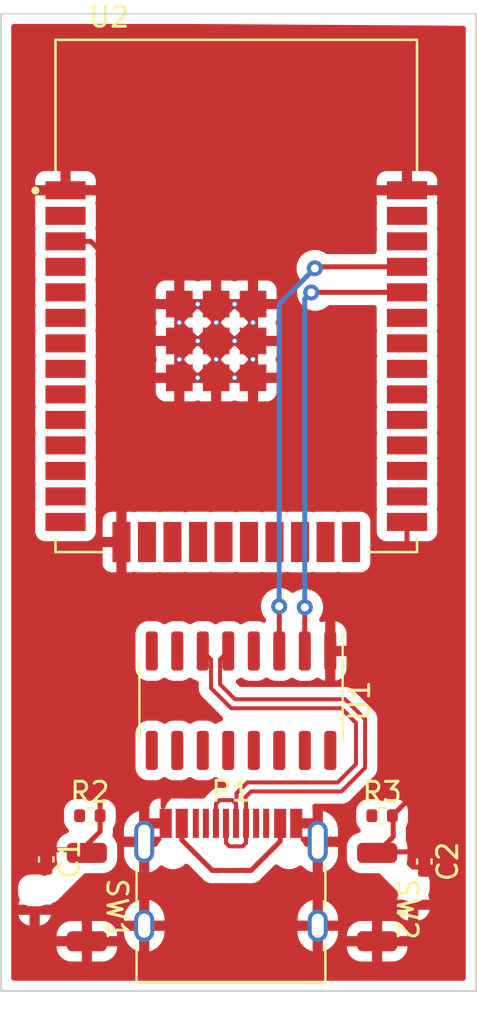
<source format=kicad_pcb>
(kicad_pcb (version 20211014) (generator pcbnew)
  (layers (0 "F.Cu" signal) (31 "B.Cu" signal) (34 "B.Paste" user) (35 "F.Paste" user) (36 "B.SilkS" user "B.Silkscreen") (37 "F.SilkS" user "F.Silkscreen") (38 "B.Mask" user) (39 "F.Mask" user) (44 "Edge.Cuts" user))
  (net 0 "")
  (net 1 "EN")
  (net 2 "GND")
  (net 3 "IO0")
  (net 4 "VPP")
  (net 5 "Net-(P1-PadA5)")
  (net 6 "/D+")
  (net 7 "/D-")
  (net 9 "+3V3")
  (net 10 "RXD0")
  (net 11 "TXD0")
  (footprint "Capacitor_SMD:C_0402_1005Metric" (layer "F.Cu") (at 145.525 128.205 -90)
    (fp_text reference "C2" (at 0 -1.16 90) (layer "F.SilkS"))
    (fp_text value "0,1µF")
    (fp_line (start -0.107836 0.36) (end 0.107836 0.36) (layer "F.SilkS") (width 0.12))
    (fp_line (start -0.107836 -0.36) (end 0.107836 -0.36) (layer "F.SilkS") (width 0.12))
    (pad "1" smd roundrect (at -0.48 0 270) (size 0.56 0.62) (layers "F.Cu" "F.Paste" "F.Mask") (net 3 "IO0"))
    (pad "2" smd roundrect (at 0.48 0 270) (size 0.56 0.62) (layers "F.Cu" "F.Paste" "F.Mask") (net 2 "GND"))
  )
  (footprint "Resistor_SMD:R_0402_1005Metric" (layer "F.Cu") (at 143.425 125.925)
    (fp_text reference "R3" (at 0 -1.17) (layer "F.SilkS"))
    (fp_text value "10K")
    (fp_line (start -0.153641 -0.38) (end 0.153641 -0.38) (layer "F.SilkS") (width 0.12))
    (fp_line (start -0.153641 0.38) (end 0.153641 0.38) (layer "F.SilkS") (width 0.12))
    (pad "1" smd roundrect (at -0.51 0) (size 0.54 0.64) (layers "F.Cu" "F.Paste" "F.Mask") (net 9 "+3V3"))
    (pad "2" smd roundrect (at 0.51 0) (size 0.54 0.64) (layers "F.Cu" "F.Paste" "F.Mask") (net 3 "IO0"))
  )
  (footprint "user_lib:MODULE_ESP32-WROOM-32E_(4MB)" (layer "F.Cu") (at 136.1625 100.05)
    (fp_text reference "U2" (at -6.325 -13.885) (layer "F.SilkS"))
    (fp_text value "ESP32-WROOM-32E_(4MB)")
    (fp_line (start -9 -6.25) (end -9 -12.75) (layer "F.SilkS") (width 0.127))
    (fp_line (start -9 12.75) (end -6.55 12.75) (layer "F.SilkS") (width 0.127))
    (fp_line (start -9 -12.75) (end 9 -12.75) (layer "F.SilkS") (width 0.127))
    (fp_line (start -9 12.1) (end -9 12.75) (layer "F.SilkS") (width 0.127))
    (fp_line (start 6.55 12.75) (end 9 12.75) (layer "F.SilkS") (width 0.127))
    (fp_line (start 9 12.75) (end 9 12.1) (layer "F.SilkS") (width 0.127))
    (fp_line (start 9 -12.75) (end 9 -6.25) (layer "F.SilkS") (width 0.127))
    (fp_circle (center -10 -5.25) (end -9.9 -5.25) (layer "F.SilkS") (width 0.2) (fill none))
    (pad "1" smd rect (at -8.5 -5.26) (size 2 0.9) (layers "F.Cu" "F.Paste" "F.Mask") (net 2 "GND"))
    (pad "2" smd rect (at -8.5 -3.99) (size 2 0.9) (layers "F.Cu" "F.Paste" "F.Mask") (net 9 "+3V3"))
    (pad "3" smd rect (at -8.5 -2.72) (size 2 0.9) (layers "F.Cu" "F.Paste" "F.Mask") (net 1 "EN"))
    (pad "4" smd rect (at -8.5 -1.45) (size 2 0.9) (layers "F.Cu" "F.Paste" "F.Mask"))
    (pad "5" smd rect (at -8.5 -0.18) (size 2 0.9) (layers "F.Cu" "F.Paste" "F.Mask"))
    (pad "6" smd rect (at -8.5 1.09) (size 2 0.9) (layers "F.Cu" "F.Paste" "F.Mask"))
    (pad "7" smd rect (at -8.5 2.36) (size 2 0.9) (layers "F.Cu" "F.Paste" "F.Mask"))
    (pad "8" smd rect (at -8.5 3.63) (size 2 0.9) (layers "F.Cu" "F.Paste" "F.Mask"))
    (pad "9" smd rect (at -8.5 4.9) (size 2 0.9) (layers "F.Cu" "F.Paste" "F.Mask"))
    (pad "10" smd rect (at -8.5 6.17) (size 2 0.9) (layers "F.Cu" "F.Paste" "F.Mask"))
    (pad "11" smd rect (at -8.5 7.44) (size 2 0.9) (layers "F.Cu" "F.Paste" "F.Mask"))
    (pad "12" smd rect (at -8.5 8.71) (size 2 0.9) (layers "F.Cu" "F.Paste" "F.Mask"))
    (pad "13" smd rect (at -8.5 9.98) (size 2 0.9) (layers "F.Cu" "F.Paste" "F.Mask"))
    (pad "14" smd rect (at -8.5 11.25) (size 2 0.9) (layers "F.Cu" "F.Paste" "F.Mask"))
    (pad "15" smd rect (at -5.715 12.25) (size 0.9 2) (layers "F.Cu" "F.Paste" "F.Mask") (net 2 "GND"))
    (pad "16" smd rect (at -4.445 12.25) (size 0.9 2) (layers "F.Cu" "F.Paste" "F.Mask"))
    (pad "17" smd rect (at -3.175 12.25) (size 0.9 2) (layers "F.Cu" "F.Paste" "F.Mask"))
    (pad "18" smd rect (at -1.905 12.25) (size 0.9 2) (layers "F.Cu" "F.Paste" "F.Mask"))
    (pad "19" smd rect (at -0.635 12.25) (size 0.9 2) (layers "F.Cu" "F.Paste" "F.Mask"))
    (pad "20" smd rect (at 0.635 12.25) (size 0.9 2) (layers "F.Cu" "F.Paste" "F.Mask"))
    (pad "21" smd rect (at 1.905 12.25) (size 0.9 2) (layers "F.Cu" "F.Paste" "F.Mask"))
    (pad "22" smd rect (at 3.175 12.25) (size 0.9 2) (layers "F.Cu" "F.Paste" "F.Mask"))
    (pad "23" smd rect (at 4.445 12.25) (size 0.9 2) (layers "F.Cu" "F.Paste" "F.Mask"))
    (pad "24" smd rect (at 5.715 12.25) (size 0.9 2) (layers "F.Cu" "F.Paste" "F.Mask"))
    (pad "25" smd rect (at 8.5 11.25) (size 2 0.9) (layers "F.Cu" "F.Paste" "F.Mask") (net 3 "IO0"))
    (pad "26" smd rect (at 8.5 9.98) (size 2 0.9) (layers "F.Cu" "F.Paste" "F.Mask"))
    (pad "27" smd rect (at 8.5 8.71) (size 2 0.9) (layers "F.Cu" "F.Paste" "F.Mask"))
    (pad "28" smd rect (at 8.5 7.44) (size 2 0.9) (layers "F.Cu" "F.Paste" "F.Mask"))
    (pad "29" smd rect (at 8.5 6.17) (size 2 0.9) (layers "F.Cu" "F.Paste" "F.Mask"))
    (pad "30" smd rect (at 8.5 4.9) (size 2 0.9) (layers "F.Cu" "F.Paste" "F.Mask"))
    (pad "31" smd rect (at 8.5 3.63) (size 2 0.9) (layers "F.Cu" "F.Paste" "F.Mask"))
    (pad "32" smd rect (at 8.5 2.36) (size 2 0.9) (layers "F.Cu" "F.Paste" "F.Mask"))
    (pad "33" smd rect (at 8.5 1.09) (size 2 0.9) (layers "F.Cu" "F.Paste" "F.Mask"))
    (pad "34" smd rect (at 8.5 -0.18) (size 2 0.9) (layers "F.Cu" "F.Paste" "F.Mask") (net 10 "RXD0"))
    (pad "35" smd rect (at 8.5 -1.45) (size 2 0.9) (layers "F.Cu" "F.Paste" "F.Mask") (net 11 "TXD0"))
    (pad "36" smd rect (at 8.5 -2.72) (size 2 0.9) (layers "F.Cu" "F.Paste" "F.Mask"))
    (pad "37" smd rect (at 8.5 -3.99) (size 2 0.9) (layers "F.Cu" "F.Paste" "F.Mask"))
    (pad "38" smd rect (at 8.5 -5.26) (size 2 0.9) (layers "F.Cu" "F.Paste" "F.Mask") (net 2 "GND"))
    (pad "39_1" smd rect (at -2.835 0.405) (size 1.33 1.33) (layers "F.Cu" "F.Paste" "F.Mask") (net 2 "GND"))
    (pad "39_2" smd rect (at -1 0.405) (size 1.33 1.33) (layers "F.Cu" "F.Paste" "F.Mask") (net 2 "GND"))
    (pad "39_3" smd rect (at 0.835 0.405) (size 1.33 1.33) (layers "F.Cu" "F.Paste" "F.Mask") (net 2 "GND"))
    (pad "39_4" smd rect (at -2.835 2.24) (size 1.33 1.33) (layers "F.Cu" "F.Paste" "F.Mask") (net 2 "GND"))
    (pad "39_5" smd rect (at -1 2.24) (size 1.33 1.33) (layers "F.Cu" "F.Paste" "F.Mask") (net 2 "GND"))
    (pad "39_6" smd rect (at 0.835 2.24) (size 1.33 1.33) (layers "F.Cu" "F.Paste" "F.Mask") (net 2 "GND"))
    (pad "39_7" smd rect (at -2.835 4.075) (size 1.33 1.33) (layers "F.Cu" "F.Paste" "F.Mask") (net 2 "GND"))
    (pad "39_8" smd rect (at -1 4.075) (size 1.33 1.33) (layers "F.Cu" "F.Paste" "F.Mask") (net 2 "GND"))
    (pad "39_9" smd rect (at 0.835 4.075) (size 1.33 1.33) (layers "F.Cu" "F.Paste" "F.Mask") (net 2 "GND"))
    (pad "39_10" thru_hole circle (at -1.9175 0.405) (size 0.3 0.3) (drill 0.2) (layers *.Cu *.Mask) (net 2 "GND"))
    (pad "39_11" thru_hole circle (at -0.0825 0.405) (size 0.3 0.3) (drill 0.2) (layers *.Cu *.Mask) (net 2 "GND"))
    (pad "39_12" thru_hole circle (at -2.835 1.3225) (size 0.3 0.3) (drill 0.2) (layers *.Cu *.Mask) (net 2 "GND"))
    (pad "39_13" thru_hole circle (at -1 1.3225) (size 0.3 0.3) (drill 0.2) (layers *.Cu *.Mask) (net 2 "GND"))
    (pad "39_14" thru_hole circle (at 0.835 1.3225) (size 0.3 0.3) (drill 0.2) (layers *.Cu *.Mask) (net 2 "GND"))
    (pad "39_15" thru_hole circle (at -1.9175 2.24) (size 0.3 0.3) (drill 0.2) (layers *.Cu *.Mask) (net 2 "GND"))
    (pad "39_16" thru_hole circle (at -0.0825 2.24) (size 0.3 0.3) (drill 0.2) (layers *.Cu *.Mask) (net 2 "GND"))
    (pad "39_17" thru_hole circle (at -2.835 3.1575) (size 0.3 0.3) (drill 0.2) (layers *.Cu *.Mask) (net 2 "GND"))
    (pad "39_18" thru_hole circle (at -1 3.1575) (size 0.3 0.3) (drill 0.2) (layers *.Cu *.Mask) (net 2 "GND"))
    (pad "39_19" thru_hole circle (at 0.835 3.1575) (size 0.3 0.3) (drill 0.2) (layers *.Cu *.Mask) (net 2 "GND"))
    (pad "39_20" thru_hole circle (at -1.9175 4.075) (size 0.3 0.3) (drill 0.2) (layers *.Cu *.Mask) (net 2 "GND"))
    (pad "39_21" thru_hole circle (at -0.0825 4.075) (size 0.3 0.3) (drill 0.2) (layers *.Cu *.Mask) (net 2 "GND"))
  )
  (footprint "Resistor_SMD:R_0402_1005Metric" (layer "F.Cu") (at 128.875 125.925)
    (fp_text reference "R2" (at 0 -1.17) (layer "F.SilkS"))
    (fp_text value "10K")
    (fp_line (start -0.153641 -0.38) (end 0.153641 -0.38) (layer "F.SilkS") (width 0.12))
    (fp_line (start -0.153641 0.38) (end 0.153641 0.38) (layer "F.SilkS") (width 0.12))
    (pad "1" smd roundrect (at -0.51 0) (size 0.54 0.64) (layers "F.Cu" "F.Paste" "F.Mask") (net 9 "+3V3"))
    (pad "2" smd roundrect (at 0.51 0) (size 0.54 0.64) (layers "F.Cu" "F.Paste" "F.Mask") (net 1 "EN"))
  )
  (footprint "Capacitor_SMD:C_0402_1005Metric" (layer "F.Cu") (at 126.7 128.1 -90)
    (fp_text reference "C1" (at 0 -1.16 90) (layer "F.SilkS"))
    (fp_text value "0,1µF")
    (fp_line (start -0.107836 -0.36) (end 0.107836 -0.36) (layer "F.SilkS") (width 0.12))
    (fp_line (start -0.107836 0.36) (end 0.107836 0.36) (layer "F.SilkS") (width 0.12))
    (pad "1" smd roundrect (at -0.48 0 270) (size 0.56 0.62) (layers "F.Cu" "F.Paste" "F.Mask") (net 1 "EN"))
    (pad "2" smd roundrect (at 0.48 0 270) (size 0.56 0.62) (layers "F.Cu" "F.Paste" "F.Mask") (net 2 "GND"))
  )
  (footprint "Package_SO:SOIC-16_3.9x9.9mm_P1.27mm" (layer "F.Cu") (at 136.4 120.2 -90)
    (fp_text reference "U1" (at 0 -5.9 90) (layer "F.SilkS"))
    (fp_text value "CH340C")
    (fp_line (start 0 5.06) (end -1.95 5.06) (layer "F.SilkS") (width 0.12))
    (fp_line (start 0 5.06) (end 1.95 5.06) (layer "F.SilkS") (width 0.12))
    (fp_line (start 0 -5.06) (end 1.95 -5.06) (layer "F.SilkS") (width 0.12))
    (fp_line (start 0 -5.06) (end -3.45 -5.06) (layer "F.SilkS") (width 0.12))
    (pad "1" smd roundrect (at -2.475 -4.445 270) (size 1.95 0.6) (layers "F.Cu" "F.Paste" "F.Mask") (net 2 "GND"))
    (pad "2" smd roundrect (at -2.475 -3.175 270) (size 1.95 0.6) (layers "F.Cu" "F.Paste" "F.Mask") (net 10 "RXD0"))
    (pad "3" smd roundrect (at -2.475 -1.905 270) (size 1.95 0.6) (layers "F.Cu" "F.Paste" "F.Mask") (net 11 "TXD0"))
    (pad "4" smd roundrect (at -2.475 -0.635 270) (size 1.95 0.6) (layers "F.Cu" "F.Paste" "F.Mask"))
    (pad "5" smd roundrect (at -2.475 0.635 270) (size 1.95 0.6) (layers "F.Cu" "F.Paste" "F.Mask") (net 6 "/D+"))
    (pad "6" smd roundrect (at -2.475 1.905 270) (size 1.95 0.6) (layers "F.Cu" "F.Paste" "F.Mask") (net 7 "/D-"))
    (pad "7" smd roundrect (at -2.475 3.175 270) (size 1.95 0.6) (layers "F.Cu" "F.Paste" "F.Mask"))
    (pad "8" smd roundrect (at -2.475 4.445 270) (size 1.95 0.6) (layers "F.Cu" "F.Paste" "F.Mask"))
    (pad "9" smd roundrect (at 2.475 4.445 270) (size 1.95 0.6) (layers "F.Cu" "F.Paste" "F.Mask"))
    (pad "10" smd roundrect (at 2.475 3.175 270) (size 1.95 0.6) (layers "F.Cu" "F.Paste" "F.Mask"))
    (pad "11" smd roundrect (at 2.475 1.905 270) (size 1.95 0.6) (layers "F.Cu" "F.Paste" "F.Mask"))
    (pad "12" smd roundrect (at 2.475 0.635 270) (size 1.95 0.6) (layers "F.Cu" "F.Paste" "F.Mask"))
    (pad "13" smd roundrect (at 2.475 -0.635 270) (size 1.95 0.6) (layers "F.Cu" "F.Paste" "F.Mask"))
    (pad "14" smd roundrect (at 2.475 -1.905 270) (size 1.95 0.6) (layers "F.Cu" "F.Paste" "F.Mask"))
    (pad "15" smd roundrect (at 2.475 -3.175 270) (size 1.95 0.6) (layers "F.Cu" "F.Paste" "F.Mask"))
    (pad "16" smd roundrect (at 2.475 -4.445 270) (size 1.95 0.6) (layers "F.Cu" "F.Paste" "F.Mask"))
  )
  (footprint "Connector_USB:USB_C_Receptacle_HRO_TYPE-C-31-M-12" (layer "F.Cu") (at 135.9 130.35)
    (fp_text reference "P1" (at 0 -5.645) (layer "F.SilkS"))
    (fp_text value "USB_C_Plug_USB2.0")
    (fp_line (start 4.7 -1.9) (end 4.7 0.1) (layer "F.SilkS") (width 0.12))
    (fp_line (start -4.7 2) (end -4.7 3.9) (layer "F.SilkS") (width 0.12))
    (fp_line (start 4.7 2) (end 4.7 3.9) (layer "F.SilkS") (width 0.12))
    (fp_line (start -4.7 -1.9) (end -4.7 0.1) (layer "F.SilkS") (width 0.12))
    (fp_line (start -4.7 3.9) (end 4.7 3.9) (layer "F.SilkS") (width 0.12))
    (pad "" np_thru_hole circle (at -2.89 -2.6) (size 0.65 0.65) (drill 0.65) (layers *.Cu *.Mask))
    (pad "" np_thru_hole circle (at 2.89 -2.6) (size 0.65 0.65) (drill 0.65) (layers *.Cu *.Mask))
    (pad "A1" smd rect (at -3.25 -4.045) (size 0.6 1.45) (layers "F.Cu" "F.Paste" "F.Mask") (net 2 "GND"))
    (pad "A4" smd rect (at -2.45 -4.045) (size 0.6 1.45) (layers "F.Cu" "F.Paste" "F.Mask") (net 4 "VPP"))
    (pad "A5" smd rect (at -1.25 -4.045) (size 0.3 1.45) (layers "F.Cu" "F.Paste" "F.Mask") (net 5 "Net-(P1-PadA5)"))
    (pad "A6" smd rect (at -0.25 -4.045) (size 0.3 1.45) (layers "F.Cu" "F.Paste" "F.Mask") (net 6 "/D+"))
    (pad "A7" smd rect (at 0.25 -4.045) (size 0.3 1.45) (layers "F.Cu" "F.Paste" "F.Mask") (net 7 "/D-"))
    (pad "A8" smd rect (at 1.25 -4.045) (size 0.3 1.45) (layers "F.Cu" "F.Paste" "F.Mask"))
    (pad "A9" smd rect (at 2.45 -4.045) (size 0.6 1.45) (layers "F.Cu" "F.Paste" "F.Mask") (net 4 "VPP"))
    (pad "A12" smd rect (at 3.25 -4.045) (size 0.6 1.45) (layers "F.Cu" "F.Paste" "F.Mask") (net 2 "GND"))
    (pad "B1" smd rect (at 3.25 -4.045) (size 0.6 1.45) (layers "F.Cu" "F.Paste" "F.Mask") (net 2 "GND"))
    (pad "B4" smd rect (at 2.45 -4.045) (size 0.6 1.45) (layers "F.Cu" "F.Paste" "F.Mask") (net 4 "VPP"))
    (pad "B5" smd rect (at 1.75 -4.045) (size 0.3 1.45) (layers "F.Cu" "F.Paste" "F.Mask"))
    (pad "B6" smd rect (at 0.75 -4.045) (size 0.3 1.45) (layers "F.Cu" "F.Paste" "F.Mask") (net 6 "/D+"))
    (pad "B7" smd rect (at -0.75 -4.045) (size 0.3 1.45) (layers "F.Cu" "F.Paste" "F.Mask") (net 7 "/D-"))
    (pad "B8" smd rect (at -1.75 -4.045) (size 0.3 1.45) (layers "F.Cu" "F.Paste" "F.Mask"))
    (pad "B9" smd rect (at -2.45 -4.045) (size 0.6 1.45) (layers "F.Cu" "F.Paste" "F.Mask") (net 4 "VPP"))
    (pad "B12" smd rect (at -3.25 -4.045) (size 0.6 1.45) (layers "F.Cu" "F.Paste" "F.Mask") (net 2 "GND"))
    (pad "S1" thru_hole oval (at -4.32 -3.13) (size 1 2.1) (drill oval 0.6 1.7) (layers *.Cu *.Mask) (net 2 "GND"))
    (pad "S1" thru_hole oval (at 4.32 1.05) (size 1 1.6) (drill oval 0.6 1.2) (layers *.Cu *.Mask) (net 2 "GND"))
    (pad "S1" thru_hole oval (at -4.32 1.05) (size 1 1.6) (drill oval 0.6 1.2) (layers *.Cu *.Mask) (net 2 "GND"))
    (pad "S1" thru_hole oval (at 4.32 -3.13) (size 1 2.1) (drill oval 0.6 1.7) (layers *.Cu *.Mask) (net 2 "GND"))
  )
  (footprint "user_lib:tactile switch" (layer "F.Cu") (at 128.725 130.075 -90)
    (fp_text reference "SW1" (at 0.5 -1.5 -90 unlocked) (layer "F.SilkS"))
    (fp_text value "SW_Push")
    (pad "1" smd roundrect (at -2.3 0 270) (size 1 2) (layers "F.Cu" "F.Paste" "F.Mask") (net 1 "EN"))
    (pad "2" smd roundrect (at 2.1 0 270) (size 1 2) (layers "F.Cu" "F.Paste" "F.Mask") (net 2 "GND"))
  )
  (footprint "user_lib:tactile switch" (layer "F.Cu") (at 143.175 130.075 -90)
    (fp_text reference "SW2" (at 0.5 -1.5 -90 unlocked) (layer "F.SilkS"))
    (fp_text value "SW_Push")
    (pad "1" smd roundrect (at -2.3 0 270) (size 1 2) (layers "F.Cu" "F.Paste" "F.Mask") (net 3 "IO0"))
    (pad "2" smd roundrect (at 2.1 0 270) (size 1 2) (layers "F.Cu" "F.Paste" "F.Mask") (net 2 "GND"))
  )
  (gr_rect (start 124.45 86) (end 148.1 134.65) (layer "Edge.Cuts") (width 0.1) (fill none))
  (segment (start 129.385 125.925) (end 129.385 97.8025) (width 0.25) (layer "F.Cu") (net 1))
  (segment (start 129.385 97.8025) (end 128.9125 97.33) (width 0.25) (layer "F.Cu") (net 1))
  (segment (start 129.385 126.715) (end 129.385 125.925) (width 0.25) (layer "F.Cu") (net 1))
  (segment (start 128.57 127.62) (end 128.725 127.775) (width 0.25) (layer "F.Cu") (net 1))
  (segment (start 128.9125 97.33) (end 127.6625 97.33) (width 0.25) (layer "F.Cu") (net 1))
  (segment (start 126.7 127.62) (end 128.57 127.62) (width 0.25) (layer "F.Cu") (net 1))
  (segment (start 128.725 127.375) (end 129.385 126.715) (width 0.25) (layer "F.Cu") (net 1))
  (segment (start 128.725 127.775) (end 128.725 127.375) (width 0.25) (layer "F.Cu") (net 1))
  (segment (start 143.225 127.725) (end 143.175 127.775) (width 0.25) (layer "F.Cu") (net 3))
  (segment (start 145.525 127.725) (end 143.225 127.725) (width 0.25) (layer "F.Cu") (net 3))
  (segment (start 143.935 125.925) (end 144.6625 125.1975) (width 0.25) (layer "F.Cu") (net 3))
  (segment (start 143.975 125.965) (end 143.935 125.925) (width 0.25) (layer "F.Cu") (net 3))
  (segment (start 143.175 127.775) (end 143.975 126.975) (width 0.25) (layer "F.Cu") (net 3))
  (segment (start 143.975 126.975) (end 143.975 125.965) (width 0.25) (layer "F.Cu") (net 3))
  (segment (start 144.6625 125.1975) (end 144.6625 111.3) (width 0.25) (layer "F.Cu") (net 3))
  (segment (start 136.900727 128.65) (end 134.970978 128.65) (width 0.25) (layer "F.Cu") (net 4))
  (segment (start 134.970978 128.65) (end 133.45 127.129022) (width 0.25) (layer "F.Cu") (net 4))
  (segment (start 133.45 127.129022) (end 133.45 126.305) (width 0.25) (layer "F.Cu") (net 4))
  (segment (start 138.35 127.200727) (end 136.900727 128.65) (width 0.25) (layer "F.Cu") (net 4))
  (segment (start 138.35 126.305) (end 138.35 127.200727) (width 0.25) (layer "F.Cu") (net 4))
  (segment (start 136.479022 127.45) (end 135.820978 127.45) (width 0.2) (layer "F.Cu") (net 6))
  (segment (start 136.65 126.305) (end 136.65 125.217499) (width 0.2) (layer "F.Cu") (net 6))
  (segment (start 141.401704 124.716496) (end 142.575 123.5432) (width 0.2) (layer "F.Cu") (net 6))
  (segment (start 141.581536 120.125) (end 136.0932 120.125) (width 0.2) (layer "F.Cu") (net 6))
  (segment (start 142.575 123.5432) (end 142.575 121.118464) (width 0.2) (layer "F.Cu") (net 6))
  (segment (start 136.65 125.217499) (end 136.625 125.192499) (width 0.2) (layer "F.Cu") (net 6))
  (segment (start 135.65 127.279022) (end 135.65 126.305) (width 0.2) (layer "F.Cu") (net 6))
  (segment (start 135.355001 119.386801) (end 135.355001 118.134999) (width 0.2) (layer "F.Cu") (net 6))
  (segment (start 136.901704 124.716496) (end 141.401704 124.716496) (width 0.2) (layer "F.Cu") (net 6))
  (segment (start 136.625 124.9932) (end 136.901704 124.716496) (width 0.2) (layer "F.Cu") (net 6))
  (segment (start 135.820978 127.45) (end 135.65 127.279022) (width 0.2) (layer "F.Cu") (net 6))
  (segment (start 142.575 121.118464) (end 141.581536 120.125) (width 0.2) (layer "F.Cu") (net 6))
  (segment (start 136.625 125.192499) (end 136.625 124.9932) (width 0.2) (layer "F.Cu") (net 6))
  (segment (start 135.355001 118.134999) (end 135.765 117.725) (width 0.2) (layer "F.Cu") (net 6))
  (segment (start 136.65 127.279022) (end 136.479022 127.45) (width 0.2) (layer "F.Cu") (net 6))
  (segment (start 136.0932 120.125) (end 135.355001 119.386801) (width 0.2) (layer "F.Cu") (net 6))
  (segment (start 136.65 126.305) (end 136.65 127.279022) (width 0.2) (layer "F.Cu") (net 6))
  (segment (start 135.15 125.330978) (end 135.330978 125.15) (width 0.2) (layer "F.Cu") (net 7))
  (segment (start 141.215304 124.266496) (end 142.125 123.3568) (width 0.2) (layer "F.Cu") (net 7))
  (segment (start 136.715304 124.266496) (end 141.215304 124.266496) (width 0.2) (layer "F.Cu") (net 7))
  (segment (start 136.15 125.330978) (end 136.15 126.305) (width 0.2) (layer "F.Cu") (net 7))
  (segment (start 134.904999 119.573199) (end 134.904999 118.134999) (width 0.2) (layer "F.Cu") (net 7))
  (segment (start 136.15 126.305) (end 136.15 125.217499) (width 0.2) (layer "F.Cu") (net 7))
  (segment (start 135.9068 120.575) (end 134.904999 119.573199) (width 0.2) (layer "F.Cu") (net 7))
  (segment (start 136.175 125.192499) (end 136.175 124.8068) (width 0.2) (layer "F.Cu") (net 7))
  (segment (start 135.330978 125.15) (end 135.969022 125.15) (width 0.2) (layer "F.Cu") (net 7))
  (segment (start 141.395136 120.575) (end 135.9068 120.575) (width 0.2) (layer "F.Cu") (net 7))
  (segment (start 142.125 121.304864) (end 141.395136 120.575) (width 0.2) (layer "F.Cu") (net 7))
  (segment (start 135.969022 125.15) (end 136.15 125.330978) (width 0.2) (layer "F.Cu") (net 7))
  (segment (start 135.15 126.305) (end 135.15 125.330978) (width 0.2) (layer "F.Cu") (net 7))
  (segment (start 136.175 124.8068) (end 136.715304 124.266496) (width 0.2) (layer "F.Cu") (net 7))
  (segment (start 142.125 123.3568) (end 142.125 121.304864) (width 0.2) (layer "F.Cu") (net 7))
  (segment (start 134.904999 118.134999) (end 134.495 117.725) (width 0.2) (layer "F.Cu") (net 7))
  (segment (start 136.15 125.217499) (end 136.175 125.192499) (width 0.2) (layer "F.Cu") (net 7))
  (segment (start 139.575 117.725) (end 139.575 115.55) (width 0.25) (layer "F.Cu") (net 10))
  (segment (start 139.9046 99.87) (end 144.6625 99.87) (width 0.25) (layer "F.Cu") (net 10))
  (segment (start 139.897375 99.877225) (end 139.9046 99.87) (width 0.25) (layer "F.Cu") (net 10))
  (via (at 139.897375 99.877225) (size 0.8) (drill 0.4) (layers "F.Cu" "B.Cu") (net 10))
  (via (at 139.575 115.55) (size 0.8) (drill 0.4) (layers "F.Cu" "B.Cu") (net 10))
  (segment (start 139.575 100.1996) (end 139.575 115.55) (width 0.25) (layer "B.Cu") (net 10))
  (segment (start 139.897375 99.877225) (end 139.575 100.1996) (width 0.25) (layer "B.Cu") (net 10))
  (segment (start 140.075 98.675) (end 140.15 98.6) (width 0.25) (layer "F.Cu") (net 11))
  (segment (start 140.15 98.6) (end 144.6625 98.6) (width 0.25) (layer "F.Cu") (net 11))
  (segment (start 138.305 115.505) (end 138.3 115.5) (width 0.25) (layer "F.Cu") (net 11))
  (segment (start 138.305 117.725) (end 138.305 115.505) (width 0.25) (layer "F.Cu") (net 11))
  (via (at 140.075 98.675) (size 0.8) (drill 0.4) (layers "F.Cu" "B.Cu") (net 11))
  (via (at 138.3 115.5) (size 0.8) (drill 0.4) (layers "F.Cu" "B.Cu") (net 11))
  (segment (start 138.3 115.5) (end 138.3 100.45) (width 0.25) (layer "B.Cu") (net 11))
  (segment (start 138.3 100.45) (end 140.075 98.675) (width 0.25) (layer "B.Cu") (net 11))
  (zone (net 2) (net_name "GND") (layer "F.Cu") (connect_pads (clearance 0.508)) (min_thickness 0.254) (fill yes (thermal_gap 0.508) (thermal_bridge_width 0.508))
    (polygon (pts (xy 147.75 86.6) (xy 147.8 134.4) (xy 147.75 134.4) (xy 124.65 134.45) (xy 124.95 86.45)))
  )
)
</source>
